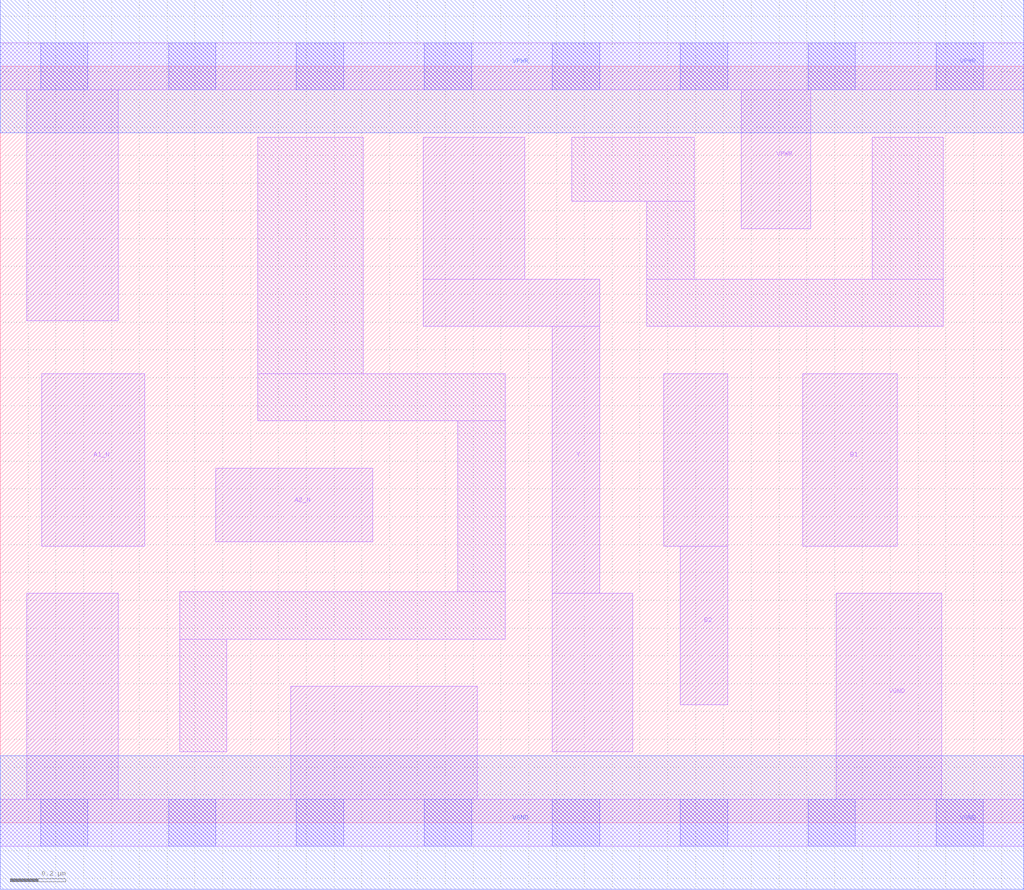
<source format=lef>
# Copyright 2020 The SkyWater PDK Authors
#
# Licensed under the Apache License, Version 2.0 (the "License");
# you may not use this file except in compliance with the License.
# You may obtain a copy of the License at
#
#     https://www.apache.org/licenses/LICENSE-2.0
#
# Unless required by applicable law or agreed to in writing, software
# distributed under the License is distributed on an "AS IS" BASIS,
# WITHOUT WARRANTIES OR CONDITIONS OF ANY KIND, either express or implied.
# See the License for the specific language governing permissions and
# limitations under the License.
#
# SPDX-License-Identifier: Apache-2.0

VERSION 5.7 ;
  NOWIREEXTENSIONATPIN ON ;
  DIVIDERCHAR "/" ;
  BUSBITCHARS "[]" ;
UNITS
  DATABASE MICRONS 200 ;
END UNITS
PROPERTYDEFINITIONS
  MACRO maskLayoutSubType STRING ;
  MACRO prCellType STRING ;
  MACRO originalViewName STRING ;
END PROPERTYDEFINITIONS
MACRO sky130_fd_sc_hdll__a2bb2oi_1
  CLASS CORE ;
  FOREIGN sky130_fd_sc_hdll__a2bb2oi_1 ;
  ORIGIN  0.000000  0.000000 ;
  SIZE  3.680000 BY  2.720000 ;
  SYMMETRY X Y R90 ;
  SITE unithd ;
  PIN A1_N
    ANTENNAGATEAREA  0.277500 ;
    DIRECTION INPUT ;
    USE SIGNAL ;
    PORT
      LAYER li1 ;
        RECT 0.150000 0.995000 0.520000 1.615000 ;
    END
  END A1_N
  PIN A2_N
    ANTENNAGATEAREA  0.277500 ;
    DIRECTION INPUT ;
    USE SIGNAL ;
    PORT
      LAYER li1 ;
        RECT 0.775000 1.010000 1.340000 1.275000 ;
    END
  END A2_N
  PIN B1
    ANTENNAGATEAREA  0.277500 ;
    DIRECTION INPUT ;
    USE SIGNAL ;
    PORT
      LAYER li1 ;
        RECT 2.885000 0.995000 3.225000 1.615000 ;
    END
  END B1
  PIN B2
    ANTENNAGATEAREA  0.277500 ;
    DIRECTION INPUT ;
    USE SIGNAL ;
    PORT
      LAYER li1 ;
        RECT 2.385000 0.995000 2.615000 1.615000 ;
        RECT 2.445000 0.425000 2.615000 0.995000 ;
    END
  END B2
  PIN Y
    ANTENNADIFFAREA  0.530000 ;
    DIRECTION OUTPUT ;
    USE SIGNAL ;
    PORT
      LAYER li1 ;
        RECT 1.520000 1.785000 2.155000 1.955000 ;
        RECT 1.520000 1.955000 1.885000 2.465000 ;
        RECT 1.985000 0.255000 2.275000 0.825000 ;
        RECT 1.985000 0.825000 2.155000 1.785000 ;
    END
  END Y
  PIN VGND
    DIRECTION INOUT ;
    USE GROUND ;
    PORT
      LAYER li1 ;
        RECT 0.000000 -0.085000 3.680000 0.085000 ;
        RECT 0.095000  0.085000 0.425000 0.825000 ;
        RECT 1.045000  0.085000 1.715000 0.490000 ;
        RECT 3.005000  0.085000 3.385000 0.825000 ;
      LAYER mcon ;
        RECT 0.145000 -0.085000 0.315000 0.085000 ;
        RECT 0.605000 -0.085000 0.775000 0.085000 ;
        RECT 1.065000 -0.085000 1.235000 0.085000 ;
        RECT 1.525000 -0.085000 1.695000 0.085000 ;
        RECT 1.985000 -0.085000 2.155000 0.085000 ;
        RECT 2.445000 -0.085000 2.615000 0.085000 ;
        RECT 2.905000 -0.085000 3.075000 0.085000 ;
        RECT 3.365000 -0.085000 3.535000 0.085000 ;
    END
    PORT
      LAYER met1 ;
        RECT 0.000000 -0.240000 3.680000 0.240000 ;
    END
  END VGND
  PIN VPWR
    DIRECTION INOUT ;
    USE POWER ;
    PORT
      LAYER li1 ;
        RECT 0.000000 2.635000 3.680000 2.805000 ;
        RECT 0.095000 1.805000 0.425000 2.635000 ;
        RECT 2.665000 2.135000 2.915000 2.635000 ;
      LAYER mcon ;
        RECT 0.145000 2.635000 0.315000 2.805000 ;
        RECT 0.605000 2.635000 0.775000 2.805000 ;
        RECT 1.065000 2.635000 1.235000 2.805000 ;
        RECT 1.525000 2.635000 1.695000 2.805000 ;
        RECT 1.985000 2.635000 2.155000 2.805000 ;
        RECT 2.445000 2.635000 2.615000 2.805000 ;
        RECT 2.905000 2.635000 3.075000 2.805000 ;
        RECT 3.365000 2.635000 3.535000 2.805000 ;
    END
    PORT
      LAYER met1 ;
        RECT 0.000000 2.480000 3.680000 2.960000 ;
    END
  END VPWR
  OBS
    LAYER li1 ;
      RECT 0.645000 0.255000 0.815000 0.660000 ;
      RECT 0.645000 0.660000 1.815000 0.830000 ;
      RECT 0.925000 1.445000 1.815000 1.615000 ;
      RECT 0.925000 1.615000 1.305000 2.465000 ;
      RECT 1.645000 0.830000 1.815000 1.445000 ;
      RECT 2.055000 2.235000 2.495000 2.465000 ;
      RECT 2.325000 1.785000 3.390000 1.955000 ;
      RECT 2.325000 1.955000 2.495000 2.235000 ;
      RECT 3.135000 1.955000 3.390000 2.465000 ;
  END
  PROPERTY maskLayoutSubType "abstract" ;
  PROPERTY prCellType "standard" ;
  PROPERTY originalViewName "layout" ;
END sky130_fd_sc_hdll__a2bb2oi_1
END LIBRARY

</source>
